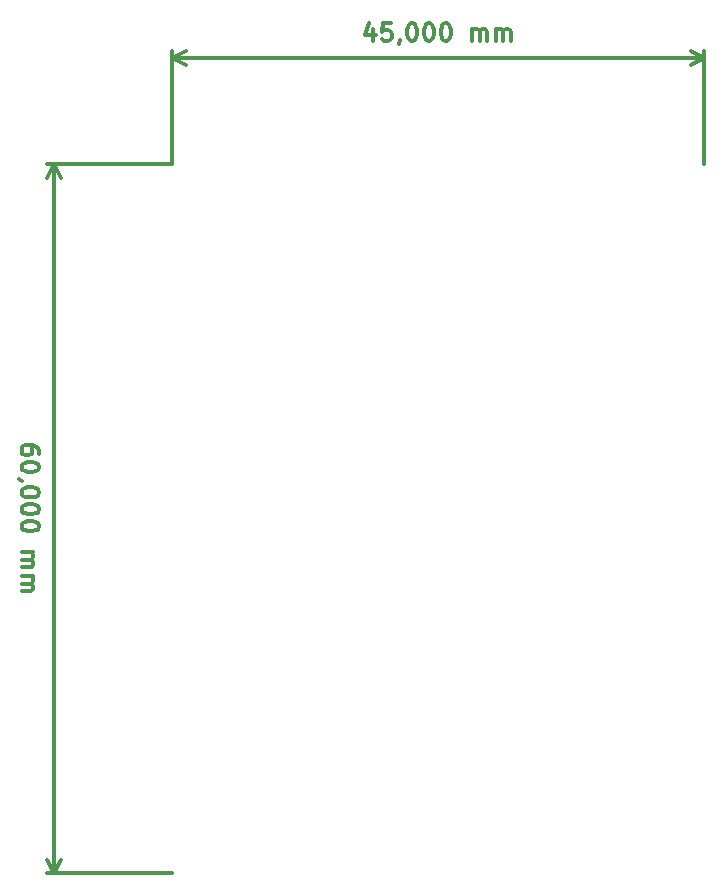
<source format=gbr>
G04 #@! TF.GenerationSoftware,KiCad,Pcbnew,(5.0.0-3-g5ebb6b6)*
G04 #@! TF.CreationDate,2019-02-03T17:20:29+01:00*
G04 #@! TF.ProjectId,HolyIoT-NRF52840-Breakout,486F6C79496F542D4E52463532383430,1.0*
G04 #@! TF.SameCoordinates,Original*
G04 #@! TF.FileFunction,Other,Comment*
%FSLAX46Y46*%
G04 Gerber Fmt 4.6, Leading zero omitted, Abs format (unit mm)*
G04 Created by KiCad (PCBNEW (5.0.0-3-g5ebb6b6)) date 2019 February 03, Sunday 17:20:29*
%MOMM*%
%LPD*%
G01*
G04 APERTURE LIST*
%ADD10C,0.300000*%
G04 APERTURE END LIST*
D10*
X84721428Y-106500000D02*
X84721428Y-106214285D01*
X84650000Y-106071428D01*
X84578571Y-106000000D01*
X84364285Y-105857142D01*
X84078571Y-105785714D01*
X83507142Y-105785714D01*
X83364285Y-105857142D01*
X83292857Y-105928571D01*
X83221428Y-106071428D01*
X83221428Y-106357142D01*
X83292857Y-106500000D01*
X83364285Y-106571428D01*
X83507142Y-106642857D01*
X83864285Y-106642857D01*
X84007142Y-106571428D01*
X84078571Y-106500000D01*
X84150000Y-106357142D01*
X84150000Y-106071428D01*
X84078571Y-105928571D01*
X84007142Y-105857142D01*
X83864285Y-105785714D01*
X84721428Y-107571428D02*
X84721428Y-107714285D01*
X84650000Y-107857142D01*
X84578571Y-107928571D01*
X84435714Y-108000000D01*
X84150000Y-108071428D01*
X83792857Y-108071428D01*
X83507142Y-108000000D01*
X83364285Y-107928571D01*
X83292857Y-107857142D01*
X83221428Y-107714285D01*
X83221428Y-107571428D01*
X83292857Y-107428571D01*
X83364285Y-107357142D01*
X83507142Y-107285714D01*
X83792857Y-107214285D01*
X84150000Y-107214285D01*
X84435714Y-107285714D01*
X84578571Y-107357142D01*
X84650000Y-107428571D01*
X84721428Y-107571428D01*
X83292857Y-108785714D02*
X83221428Y-108785714D01*
X83078571Y-108714285D01*
X83007142Y-108642857D01*
X84721428Y-109714285D02*
X84721428Y-109857142D01*
X84650000Y-110000000D01*
X84578571Y-110071428D01*
X84435714Y-110142857D01*
X84150000Y-110214285D01*
X83792857Y-110214285D01*
X83507142Y-110142857D01*
X83364285Y-110071428D01*
X83292857Y-110000000D01*
X83221428Y-109857142D01*
X83221428Y-109714285D01*
X83292857Y-109571428D01*
X83364285Y-109500000D01*
X83507142Y-109428571D01*
X83792857Y-109357142D01*
X84150000Y-109357142D01*
X84435714Y-109428571D01*
X84578571Y-109500000D01*
X84650000Y-109571428D01*
X84721428Y-109714285D01*
X84721428Y-111142857D02*
X84721428Y-111285714D01*
X84650000Y-111428571D01*
X84578571Y-111500000D01*
X84435714Y-111571428D01*
X84150000Y-111642857D01*
X83792857Y-111642857D01*
X83507142Y-111571428D01*
X83364285Y-111500000D01*
X83292857Y-111428571D01*
X83221428Y-111285714D01*
X83221428Y-111142857D01*
X83292857Y-111000000D01*
X83364285Y-110928571D01*
X83507142Y-110857142D01*
X83792857Y-110785714D01*
X84150000Y-110785714D01*
X84435714Y-110857142D01*
X84578571Y-110928571D01*
X84650000Y-111000000D01*
X84721428Y-111142857D01*
X84721428Y-112571428D02*
X84721428Y-112714285D01*
X84650000Y-112857142D01*
X84578571Y-112928571D01*
X84435714Y-113000000D01*
X84150000Y-113071428D01*
X83792857Y-113071428D01*
X83507142Y-113000000D01*
X83364285Y-112928571D01*
X83292857Y-112857142D01*
X83221428Y-112714285D01*
X83221428Y-112571428D01*
X83292857Y-112428571D01*
X83364285Y-112357142D01*
X83507142Y-112285714D01*
X83792857Y-112214285D01*
X84150000Y-112214285D01*
X84435714Y-112285714D01*
X84578571Y-112357142D01*
X84650000Y-112428571D01*
X84721428Y-112571428D01*
X83221428Y-114857142D02*
X84221428Y-114857142D01*
X84078571Y-114857142D02*
X84150000Y-114928571D01*
X84221428Y-115071428D01*
X84221428Y-115285714D01*
X84150000Y-115428571D01*
X84007142Y-115500000D01*
X83221428Y-115500000D01*
X84007142Y-115500000D02*
X84150000Y-115571428D01*
X84221428Y-115714285D01*
X84221428Y-115928571D01*
X84150000Y-116071428D01*
X84007142Y-116142857D01*
X83221428Y-116142857D01*
X83221428Y-116857142D02*
X84221428Y-116857142D01*
X84078571Y-116857142D02*
X84150000Y-116928571D01*
X84221428Y-117071428D01*
X84221428Y-117285714D01*
X84150000Y-117428571D01*
X84007142Y-117500000D01*
X83221428Y-117500000D01*
X84007142Y-117500000D02*
X84150000Y-117571428D01*
X84221428Y-117714285D01*
X84221428Y-117928571D01*
X84150000Y-118071428D01*
X84007142Y-118142857D01*
X83221428Y-118142857D01*
X86000000Y-82000000D02*
X86000000Y-142000000D01*
X96000000Y-82000000D02*
X85413579Y-82000000D01*
X96000000Y-142000000D02*
X85413579Y-142000000D01*
X86000000Y-142000000D02*
X85413579Y-140873496D01*
X86000000Y-142000000D02*
X86586421Y-140873496D01*
X86000000Y-82000000D02*
X85413579Y-83126504D01*
X86000000Y-82000000D02*
X86586421Y-83126504D01*
X113000000Y-70578571D02*
X113000000Y-71578571D01*
X112642857Y-70007142D02*
X112285714Y-71078571D01*
X113214285Y-71078571D01*
X114500000Y-70078571D02*
X113785714Y-70078571D01*
X113714285Y-70792857D01*
X113785714Y-70721428D01*
X113928571Y-70650000D01*
X114285714Y-70650000D01*
X114428571Y-70721428D01*
X114500000Y-70792857D01*
X114571428Y-70935714D01*
X114571428Y-71292857D01*
X114500000Y-71435714D01*
X114428571Y-71507142D01*
X114285714Y-71578571D01*
X113928571Y-71578571D01*
X113785714Y-71507142D01*
X113714285Y-71435714D01*
X115285714Y-71507142D02*
X115285714Y-71578571D01*
X115214285Y-71721428D01*
X115142857Y-71792857D01*
X116214285Y-70078571D02*
X116357142Y-70078571D01*
X116500000Y-70150000D01*
X116571428Y-70221428D01*
X116642857Y-70364285D01*
X116714285Y-70650000D01*
X116714285Y-71007142D01*
X116642857Y-71292857D01*
X116571428Y-71435714D01*
X116500000Y-71507142D01*
X116357142Y-71578571D01*
X116214285Y-71578571D01*
X116071428Y-71507142D01*
X116000000Y-71435714D01*
X115928571Y-71292857D01*
X115857142Y-71007142D01*
X115857142Y-70650000D01*
X115928571Y-70364285D01*
X116000000Y-70221428D01*
X116071428Y-70150000D01*
X116214285Y-70078571D01*
X117642857Y-70078571D02*
X117785714Y-70078571D01*
X117928571Y-70150000D01*
X118000000Y-70221428D01*
X118071428Y-70364285D01*
X118142857Y-70650000D01*
X118142857Y-71007142D01*
X118071428Y-71292857D01*
X118000000Y-71435714D01*
X117928571Y-71507142D01*
X117785714Y-71578571D01*
X117642857Y-71578571D01*
X117500000Y-71507142D01*
X117428571Y-71435714D01*
X117357142Y-71292857D01*
X117285714Y-71007142D01*
X117285714Y-70650000D01*
X117357142Y-70364285D01*
X117428571Y-70221428D01*
X117500000Y-70150000D01*
X117642857Y-70078571D01*
X119071428Y-70078571D02*
X119214285Y-70078571D01*
X119357142Y-70150000D01*
X119428571Y-70221428D01*
X119500000Y-70364285D01*
X119571428Y-70650000D01*
X119571428Y-71007142D01*
X119500000Y-71292857D01*
X119428571Y-71435714D01*
X119357142Y-71507142D01*
X119214285Y-71578571D01*
X119071428Y-71578571D01*
X118928571Y-71507142D01*
X118857142Y-71435714D01*
X118785714Y-71292857D01*
X118714285Y-71007142D01*
X118714285Y-70650000D01*
X118785714Y-70364285D01*
X118857142Y-70221428D01*
X118928571Y-70150000D01*
X119071428Y-70078571D01*
X121357142Y-71578571D02*
X121357142Y-70578571D01*
X121357142Y-70721428D02*
X121428571Y-70650000D01*
X121571428Y-70578571D01*
X121785714Y-70578571D01*
X121928571Y-70650000D01*
X122000000Y-70792857D01*
X122000000Y-71578571D01*
X122000000Y-70792857D02*
X122071428Y-70650000D01*
X122214285Y-70578571D01*
X122428571Y-70578571D01*
X122571428Y-70650000D01*
X122642857Y-70792857D01*
X122642857Y-71578571D01*
X123357142Y-71578571D02*
X123357142Y-70578571D01*
X123357142Y-70721428D02*
X123428571Y-70650000D01*
X123571428Y-70578571D01*
X123785714Y-70578571D01*
X123928571Y-70650000D01*
X124000000Y-70792857D01*
X124000000Y-71578571D01*
X124000000Y-70792857D02*
X124071428Y-70650000D01*
X124214285Y-70578571D01*
X124428571Y-70578571D01*
X124571428Y-70650000D01*
X124642857Y-70792857D01*
X124642857Y-71578571D01*
X96000000Y-73000000D02*
X141000000Y-73000000D01*
X96000000Y-82000000D02*
X96000000Y-72413579D01*
X141000000Y-82000000D02*
X141000000Y-72413579D01*
X141000000Y-73000000D02*
X139873496Y-73586421D01*
X141000000Y-73000000D02*
X139873496Y-72413579D01*
X96000000Y-73000000D02*
X97126504Y-73586421D01*
X96000000Y-73000000D02*
X97126504Y-72413579D01*
M02*

</source>
